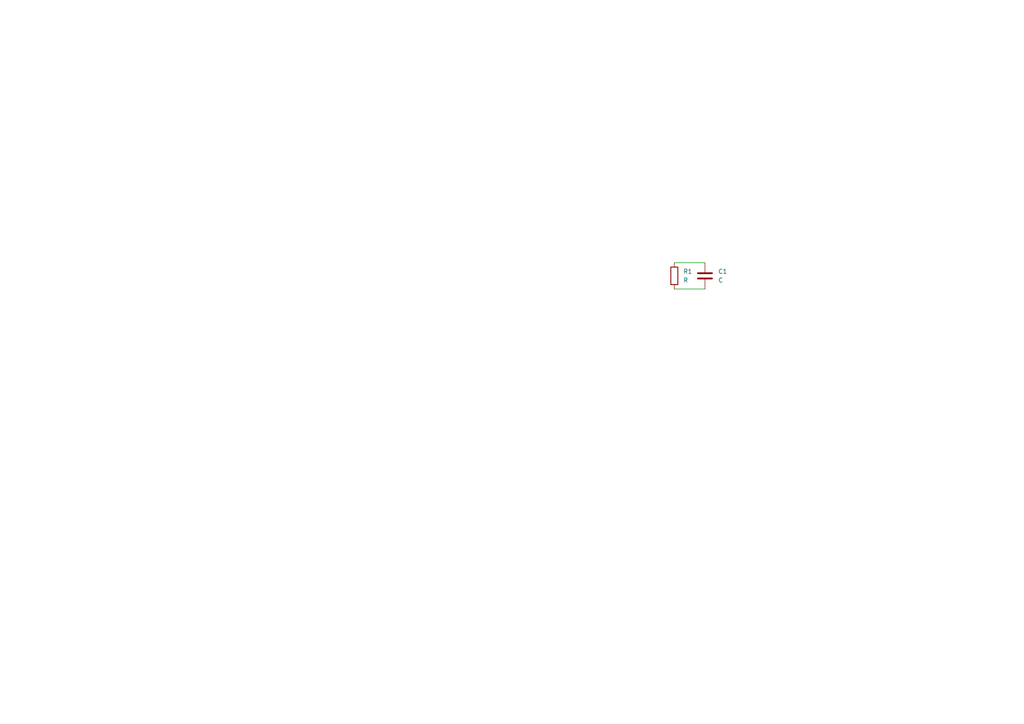
<source format=kicad_sch>
(kicad_sch (version 20250114) (generator "eeschema") (generator_version "9.0")
  (paper "A4")
  (lib_symbols
    (symbol "Device:C" (pin_numbers (hide yes)) (pin_names (offset 0.254))
      (property "Reference" "C" (at 0.635 2.54 0))
      (property "Value" "C" (at 0.635 -2.54 0))
      (symbol "C_0_1"
        (polyline (pts (xy -2.032 0.762) (xy 2.032 0.762)) (stroke (width 0.508)))
        (polyline (pts (xy -2.032 -0.762) (xy 2.032 -0.762)) (stroke (width 0.508)))
      )
      (symbol "C_1_1"
        (pin passive line (at 0 3.81 270) (length 2.794) (name "~") (number "1"))
        (pin passive line (at 0 -3.81 90) (length 2.794) (name "~") (number "2"))
      )
    )
    (symbol "Device:R" (pin_numbers (hide yes)) (pin_names (offset 0))
      (property "Reference" "R" (at 2.032 0 90))
      (property "Value" "R" (at 0 0 90))
      (symbol "R_0_1"
        (rectangle (start -1.016 -2.54) (end 1.016 2.54) (stroke (width 0.254)))
      )
      (symbol "R_1_1"
        (pin passive line (at 0 3.81 270) (length 1.27) (name "~") (number "1"))
        (pin passive line (at 0 -3.81 90) (length 1.27) (name "~") (number "2"))
      )
    )
  )
  (wire (pts (xy 195.58 83.82) (xy 204.47 83.82)))
  (wire (pts (xy 195.58 76.2) (xy 204.47 76.2)))
  (symbol (lib_id "Device:R") (at 195.58 80.01 0) (unit 1)
    (property "Reference" "R1" (at 198.12 78.7399 0) (effects (justify left)))
    (property "Value" "R" (at 198.12 81.2799 0) (effects (justify left)))
    (property "Description" "Resistor" (effects (hide yes)))
  )
  (symbol (lib_id "Device:C") (at 204.47 80.01 0) (unit 1)
    (property "Reference" "C1" (at 208.28 78.7399 0) (effects (justify left)))
    (property "Value" "C" (at 208.28 81.2799 0) (effects (justify left)))
    (property "Description" "Unpolarized capacitor" (effects (hide yes)))
  )
)
</source>
